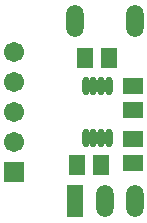
<source format=gbs>
%FSTAX23Y23*%
%MOIN*%
%SFA1B1*%

%IPPOS*%
%ADD12R,0.057992X0.107992*%
%ADD13O,0.057992X0.107992*%
%ADD14C,0.067047*%
%ADD15R,0.067047X0.067047*%
%ADD27R,0.052992X0.067992*%
%ADD28R,0.067992X0.052992*%
%ADD29O,0.025709X0.061142*%
%LNencoderdebouncer-1*%
%LPD*%
G54D12*
X00252Y-00678D03*
G54D13*
X00352Y-00678D03*
X00452D03*
X00252Y-00078D03*
X00452D03*
G54D14*
X00047Y-00179D03*
Y-00279D03*
Y-00379D03*
Y-00479D03*
G54D15*
X00047Y-00579D03*
G54D27*
X00364Y-002D03*
X00284D03*
X00258Y-00557D03*
X00338D03*
G54D28*
X00445Y-00292D03*
Y-00372D03*
Y-0047D03*
Y-0055D03*
G54D29*
X00287Y-00292D03*
X00313D03*
X00338D03*
X00364D03*
X00287Y-00467D03*
X00313D03*
X00338D03*
X00364D03*
M02*
</source>
